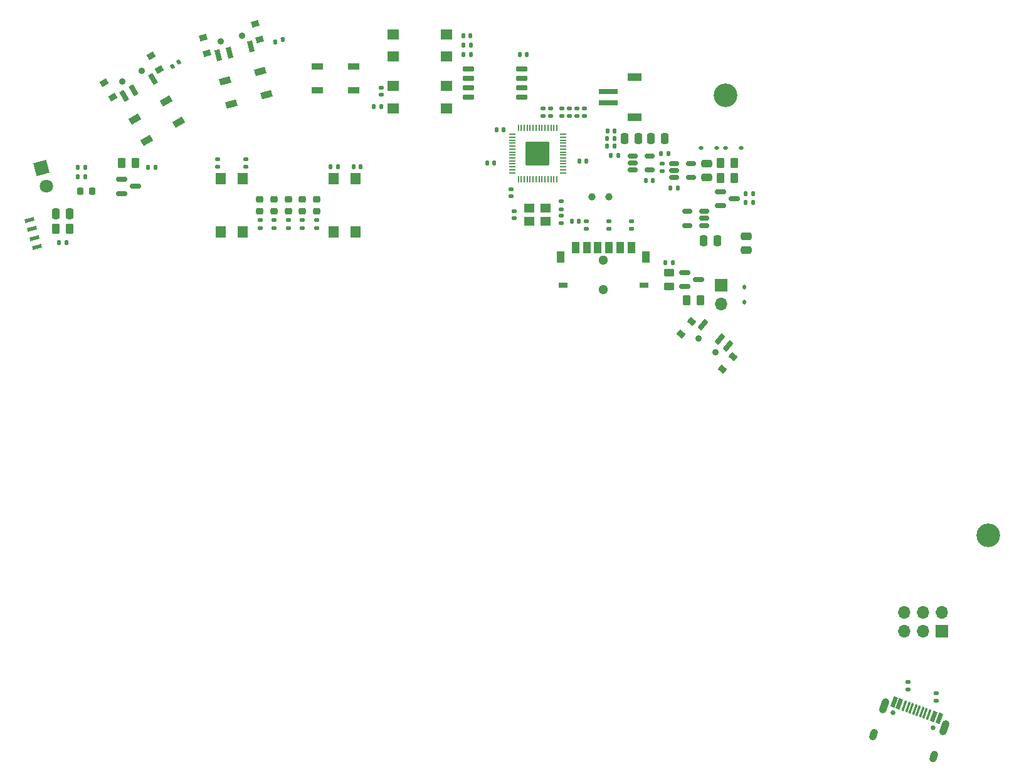
<source format=gbr>
%TF.GenerationSoftware,KiCad,Pcbnew,8.0.4-8.0.4-0~ubuntu22.04.1*%
%TF.CreationDate,2024-11-20T16:55:02+01:00*%
%TF.ProjectId,HH2025badge,48483230-3235-4626-9164-67652e6b6963,rev?*%
%TF.SameCoordinates,Original*%
%TF.FileFunction,Soldermask,Top*%
%TF.FilePolarity,Negative*%
%FSLAX46Y46*%
G04 Gerber Fmt 4.6, Leading zero omitted, Abs format (unit mm)*
G04 Created by KiCad (PCBNEW 8.0.4-8.0.4-0~ubuntu22.04.1) date 2024-11-20 16:55:02*
%MOMM*%
%LPD*%
G01*
G04 APERTURE LIST*
G04 Aperture macros list*
%AMRoundRect*
0 Rectangle with rounded corners*
0 $1 Rounding radius*
0 $2 $3 $4 $5 $6 $7 $8 $9 X,Y pos of 4 corners*
0 Add a 4 corners polygon primitive as box body*
4,1,4,$2,$3,$4,$5,$6,$7,$8,$9,$2,$3,0*
0 Add four circle primitives for the rounded corners*
1,1,$1+$1,$2,$3*
1,1,$1+$1,$4,$5*
1,1,$1+$1,$6,$7*
1,1,$1+$1,$8,$9*
0 Add four rect primitives between the rounded corners*
20,1,$1+$1,$2,$3,$4,$5,0*
20,1,$1+$1,$4,$5,$6,$7,0*
20,1,$1+$1,$6,$7,$8,$9,0*
20,1,$1+$1,$8,$9,$2,$3,0*%
%AMHorizOval*
0 Thick line with rounded ends*
0 $1 width*
0 $2 $3 position (X,Y) of the first rounded end (center of the circle)*
0 $4 $5 position (X,Y) of the second rounded end (center of the circle)*
0 Add line between two ends*
20,1,$1,$2,$3,$4,$5,0*
0 Add two circle primitives to create the rounded ends*
1,1,$1,$2,$3*
1,1,$1,$4,$5*%
%AMRotRect*
0 Rectangle, with rotation*
0 The origin of the aperture is its center*
0 $1 length*
0 $2 width*
0 $3 Rotation angle, in degrees counterclockwise*
0 Add horizontal line*
21,1,$1,$2,0,0,$3*%
G04 Aperture macros list end*
%ADD10RoundRect,0.250000X0.262500X0.450000X-0.262500X0.450000X-0.262500X-0.450000X0.262500X-0.450000X0*%
%ADD11RoundRect,0.150000X-0.587500X-0.150000X0.587500X-0.150000X0.587500X0.150000X-0.587500X0.150000X0*%
%ADD12RoundRect,0.250000X-0.262500X-0.450000X0.262500X-0.450000X0.262500X0.450000X-0.262500X0.450000X0*%
%ADD13RoundRect,0.218750X0.218750X0.256250X-0.218750X0.256250X-0.218750X-0.256250X0.218750X-0.256250X0*%
%ADD14RoundRect,0.250000X0.450000X-0.262500X0.450000X0.262500X-0.450000X0.262500X-0.450000X-0.262500X0*%
%ADD15RoundRect,0.250000X-0.250000X-0.475000X0.250000X-0.475000X0.250000X0.475000X-0.250000X0.475000X0*%
%ADD16RoundRect,0.135000X0.185000X-0.135000X0.185000X0.135000X-0.185000X0.135000X-0.185000X-0.135000X0*%
%ADD17RoundRect,0.218750X0.256250X-0.218750X0.256250X0.218750X-0.256250X0.218750X-0.256250X-0.218750X0*%
%ADD18RotRect,1.000000X0.800000X195.000000*%
%ADD19C,0.900000*%
%ADD20RotRect,0.700000X1.500000X195.000000*%
%ADD21RoundRect,0.140000X-0.140000X-0.170000X0.140000X-0.170000X0.140000X0.170000X-0.140000X0.170000X0*%
%ADD22RoundRect,0.135000X-0.135000X-0.185000X0.135000X-0.185000X0.135000X0.185000X-0.135000X0.185000X0*%
%ADD23RotRect,1.800000X1.800000X285.000000*%
%ADD24C,1.800000*%
%ADD25RoundRect,0.135000X-0.185000X0.135000X-0.185000X-0.135000X0.185000X-0.135000X0.185000X0.135000X0*%
%ADD26RoundRect,0.140000X0.170000X-0.140000X0.170000X0.140000X-0.170000X0.140000X-0.170000X-0.140000X0*%
%ADD27R,1.600000X1.400000*%
%ADD28RotRect,1.500000X0.900000X15.000000*%
%ADD29RotRect,0.500000X1.270000X105.000000*%
%ADD30RotRect,1.500000X0.900000X30.000000*%
%ADD31RoundRect,0.140000X-0.170000X0.140000X-0.170000X-0.140000X0.170000X-0.140000X0.170000X0.140000X0*%
%ADD32RoundRect,0.150000X-0.512500X-0.150000X0.512500X-0.150000X0.512500X0.150000X-0.512500X0.150000X0*%
%ADD33RoundRect,0.250000X-0.475000X0.250000X-0.475000X-0.250000X0.475000X-0.250000X0.475000X0.250000X0*%
%ADD34RoundRect,0.135000X0.135000X0.185000X-0.135000X0.185000X-0.135000X-0.185000X0.135000X-0.185000X0*%
%ADD35C,1.000000*%
%ADD36RoundRect,0.112500X-0.187500X-0.112500X0.187500X-0.112500X0.187500X0.112500X-0.187500X0.112500X0*%
%ADD37R,2.500000X0.700000*%
%ADD38R,1.900000X1.100000*%
%ADD39RoundRect,0.250000X0.475000X-0.250000X0.475000X0.250000X-0.475000X0.250000X-0.475000X-0.250000X0*%
%ADD40RoundRect,0.135000X0.082518X0.213637X-0.178282X0.143756X-0.082518X-0.213637X0.178282X-0.143756X0*%
%ADD41C,1.300000*%
%ADD42R,1.300000X0.800000*%
%ADD43R,1.000000X1.600000*%
%ADD44C,0.650000*%
%ADD45RotRect,0.600000X1.450000X340.000000*%
%ADD46RotRect,0.300000X1.450000X340.000000*%
%ADD47HorizOval,1.000000X-0.188111X-0.516831X0.188111X0.516831X0*%
%ADD48HorizOval,1.000000X-0.102606X-0.281908X0.102606X0.281908X0*%
%ADD49RoundRect,0.140000X0.140000X0.170000X-0.140000X0.170000X-0.140000X-0.170000X0.140000X-0.170000X0*%
%ADD50R,1.500000X0.900000*%
%ADD51RoundRect,0.050000X-0.387500X-0.050000X0.387500X-0.050000X0.387500X0.050000X-0.387500X0.050000X0*%
%ADD52RoundRect,0.050000X-0.050000X-0.387500X0.050000X-0.387500X0.050000X0.387500X-0.050000X0.387500X0*%
%ADD53RoundRect,0.144000X-1.456000X-1.456000X1.456000X-1.456000X1.456000X1.456000X-1.456000X1.456000X0*%
%ADD54C,3.200000*%
%ADD55RoundRect,0.112500X0.187500X0.112500X-0.187500X0.112500X-0.187500X-0.112500X0.187500X-0.112500X0*%
%ADD56RotRect,1.000000X0.800000X320.000000*%
%ADD57RotRect,0.700000X1.500000X320.000000*%
%ADD58RoundRect,0.112500X-0.112500X0.187500X-0.112500X-0.187500X0.112500X-0.187500X0.112500X0.187500X0*%
%ADD59RoundRect,0.150000X0.512500X0.150000X-0.512500X0.150000X-0.512500X-0.150000X0.512500X-0.150000X0*%
%ADD60RoundRect,0.135000X0.024413X0.227715X-0.209413X0.092715X-0.024413X-0.227715X0.209413X-0.092715X0*%
%ADD61R,1.400000X1.600000*%
%ADD62RoundRect,0.150000X-0.650000X-0.150000X0.650000X-0.150000X0.650000X0.150000X-0.650000X0.150000X0*%
%ADD63RotRect,1.000000X0.800000X210.000000*%
%ADD64RotRect,0.700000X1.500000X210.000000*%
%ADD65R,1.700000X1.700000*%
%ADD66O,1.700000X1.700000*%
%ADD67R,1.400000X1.200000*%
G04 APERTURE END LIST*
D10*
%TO.C,R5*%
X143787500Y-59690000D03*
X141962500Y-59690000D03*
%TD*%
D11*
%TO.C,Q2*%
X150827500Y-53025000D03*
X150827500Y-54925000D03*
X152702500Y-53975000D03*
%TD*%
D12*
%TO.C,R39*%
X150852500Y-50800000D03*
X152677500Y-50800000D03*
%TD*%
D13*
%TO.C,D5*%
X146837500Y-54610000D03*
X145262500Y-54610000D03*
%TD*%
D14*
%TO.C,R37*%
X224790000Y-67460500D03*
X224790000Y-65635500D03*
%TD*%
D15*
%TO.C,C18*%
X222316000Y-47498000D03*
X224216000Y-47498000D03*
%TD*%
D16*
%TO.C,R15*%
X169545000Y-59565000D03*
X169545000Y-58545000D03*
%TD*%
%TO.C,R31*%
X173355000Y-59565000D03*
X173355000Y-58545000D03*
%TD*%
D17*
%TO.C,D9*%
X171450000Y-57302500D03*
X171450000Y-55727500D03*
%TD*%
D18*
%TO.C,SW3*%
X169462508Y-34098733D03*
X168890518Y-31964037D03*
D19*
X167098478Y-33583017D03*
X164200700Y-34359473D03*
D18*
X162411250Y-35988110D03*
X161839260Y-33853417D03*
D20*
X168278444Y-35088931D03*
X165380667Y-35865388D03*
X163931778Y-36253617D03*
%TD*%
D21*
%TO.C,C21*%
X216436000Y-46482000D03*
X217396000Y-46482000D03*
%TD*%
D22*
%TO.C,R36*%
X224280000Y-64262000D03*
X225300000Y-64262000D03*
%TD*%
D23*
%TO.C,D4*%
X140005006Y-51473444D03*
D24*
X140662407Y-53926895D03*
%TD*%
D22*
%TO.C,R13*%
X144905000Y-51435000D03*
X145925000Y-51435000D03*
%TD*%
%TO.C,R25*%
X216406000Y-47498000D03*
X217426000Y-47498000D03*
%TD*%
D25*
%TO.C,R34*%
X163830000Y-50290000D03*
X163830000Y-51310000D03*
%TD*%
D26*
%TO.C,C10*%
X203450000Y-55330000D03*
X203450000Y-54370000D03*
%TD*%
D27*
%TO.C,SW1*%
X187535000Y-40410000D03*
X194735000Y-40410000D03*
X187535000Y-43410000D03*
X194735000Y-43410000D03*
%TD*%
D16*
%TO.C,R30*%
X207772000Y-44452000D03*
X207772000Y-43432000D03*
%TD*%
D28*
%TO.C,D2*%
X164846430Y-39680329D03*
X165700533Y-42867884D03*
X170433570Y-41599671D03*
X169579467Y-38412116D03*
%TD*%
D26*
%TO.C,C12*%
X203835000Y-58265000D03*
X203835000Y-57305000D03*
%TD*%
D25*
%TO.C,R23*%
X223800000Y-50890001D03*
X223800000Y-51909999D03*
%TD*%
D29*
%TO.C,U3*%
X138405656Y-58480082D03*
X138734356Y-59706807D03*
X139063056Y-60933533D03*
X139391756Y-62160259D03*
%TD*%
D30*
%TO.C,D3*%
X152628238Y-44881058D03*
X154278238Y-47738942D03*
X158521762Y-45288942D03*
X156871762Y-42431058D03*
%TD*%
D17*
%TO.C,D11*%
X175260000Y-57302500D03*
X175260000Y-55727500D03*
%TD*%
D31*
%TO.C,C1*%
X210252000Y-43462000D03*
X210252000Y-44422000D03*
%TD*%
%TO.C,C3*%
X212284000Y-43462000D03*
X212284000Y-44422000D03*
%TD*%
D32*
%TO.C,U5*%
X225430500Y-50866000D03*
X225430500Y-51816000D03*
X225430500Y-52766000D03*
X227705500Y-52766000D03*
X227705500Y-50866000D03*
%TD*%
D21*
%TO.C,C9*%
X201450000Y-46355000D03*
X202410000Y-46355000D03*
%TD*%
D33*
%TO.C,C16*%
X229870000Y-50866000D03*
X229870000Y-52766000D03*
%TD*%
D31*
%TO.C,C13*%
X210185000Y-57940000D03*
X210185000Y-58900000D03*
%TD*%
D34*
%TO.C,R1*%
X197994999Y-34925000D03*
X196975001Y-34925000D03*
%TD*%
D35*
%TO.C,TP1*%
X214376000Y-55372000D03*
%TD*%
D36*
%TO.C,D6*%
X229074000Y-48768000D03*
X231174000Y-48768000D03*
%TD*%
D17*
%TO.C,D10*%
X173355000Y-57302500D03*
X173355000Y-55727500D03*
%TD*%
D37*
%TO.C,J1*%
X216544000Y-42660001D03*
X216544000Y-41159999D03*
D38*
X220144000Y-44610000D03*
X220144000Y-39210000D03*
%TD*%
D39*
%TO.C,C24*%
X235204000Y-62606000D03*
X235204000Y-60706000D03*
%TD*%
D11*
%TO.C,Q3*%
X231726500Y-54676000D03*
X231726500Y-56576000D03*
X233601500Y-55626000D03*
%TD*%
D35*
%TO.C,TP2*%
X216662000Y-55372000D03*
%TD*%
D27*
%TO.C,SW2*%
X187535000Y-33425000D03*
X194735000Y-33425000D03*
X187535000Y-36425000D03*
X194735000Y-36425000D03*
%TD*%
D40*
%TO.C,R10*%
X172577622Y-34158002D03*
X171592378Y-34421998D03*
%TD*%
D32*
%TO.C,U6*%
X219842500Y-49850000D03*
X219842500Y-50800000D03*
X219842500Y-51750000D03*
X222117500Y-51750000D03*
X222117500Y-49850000D03*
%TD*%
D41*
%TO.C,S1*%
X215900000Y-67930000D03*
X215900000Y-63930000D03*
D42*
X221350000Y-67320000D03*
X210450000Y-67320000D03*
D43*
X212150000Y-62220000D03*
X213650000Y-62220000D03*
X215150000Y-62220000D03*
X216650000Y-62220000D03*
X218150000Y-62220000D03*
X219650000Y-62220000D03*
X221650000Y-63480000D03*
X210150000Y-63480000D03*
%TD*%
D17*
%TO.C,D8*%
X169495000Y-57302500D03*
X169495000Y-55727500D03*
%TD*%
D44*
%TO.C,J2*%
X254967541Y-125092361D03*
X260398964Y-127069237D03*
D45*
X255123470Y-123611378D03*
X255875225Y-123884994D03*
D46*
X257002856Y-124295418D03*
X257942548Y-124637438D03*
X258412395Y-124808448D03*
X259352087Y-125150469D03*
D45*
X260479718Y-125560893D03*
X261231472Y-125834509D03*
X261231472Y-125834509D03*
X260479718Y-125560893D03*
D46*
X259821935Y-125321479D03*
X258882241Y-124979458D03*
X257472702Y-124466428D03*
X256533009Y-124124408D03*
D45*
X255875225Y-123884994D03*
X255123470Y-123611378D03*
D47*
X253805051Y-124105235D03*
D48*
X252375407Y-128033150D03*
D47*
X261923995Y-127060289D03*
D48*
X260494351Y-130988204D03*
%TD*%
D49*
%TO.C,C23*%
X183106000Y-51308000D03*
X182146000Y-51308000D03*
%TD*%
%TO.C,C7*%
X201140000Y-50800000D03*
X200180000Y-50800000D03*
%TD*%
D15*
%TO.C,C20*%
X218760000Y-47498000D03*
X220660000Y-47498000D03*
%TD*%
D22*
%TO.C,R4*%
X184910000Y-43180000D03*
X185930000Y-43180000D03*
%TD*%
D10*
%TO.C,R18*%
X233576500Y-52832000D03*
X231751500Y-52832000D03*
%TD*%
D16*
%TO.C,R29*%
X208788000Y-44452000D03*
X208788000Y-43432000D03*
%TD*%
D50*
%TO.C,D1*%
X177255000Y-37720000D03*
X177255000Y-41020000D03*
X182155000Y-41020000D03*
X182155000Y-37720000D03*
%TD*%
D49*
%TO.C,C11*%
X197965000Y-33655000D03*
X197005000Y-33655000D03*
%TD*%
D22*
%TO.C,R3*%
X196975000Y-36195000D03*
X197995000Y-36195000D03*
%TD*%
D34*
%TO.C,R26*%
X217426000Y-48514000D03*
X216406000Y-48514000D03*
%TD*%
%TO.C,R35*%
X180088000Y-51308000D03*
X179068000Y-51308000D03*
%TD*%
D51*
%TO.C,U1*%
X203572500Y-46925000D03*
X203572500Y-47325000D03*
X203572500Y-47725000D03*
X203572500Y-48125000D03*
X203572500Y-48525000D03*
X203572500Y-48925000D03*
X203572500Y-49325000D03*
X203572500Y-49725000D03*
X203572500Y-50125000D03*
X203572500Y-50525000D03*
X203572500Y-50925000D03*
X203572500Y-51325000D03*
X203572500Y-51725000D03*
X203572500Y-52125000D03*
D52*
X204410000Y-52962500D03*
X204810000Y-52962500D03*
X205210000Y-52962500D03*
X205610000Y-52962500D03*
X206010000Y-52962500D03*
X206410000Y-52962500D03*
X206810000Y-52962500D03*
X207210000Y-52962500D03*
X207610000Y-52962500D03*
X208010000Y-52962500D03*
X208410000Y-52962500D03*
X208810000Y-52962500D03*
X209210000Y-52962500D03*
X209610000Y-52962500D03*
D51*
X210447500Y-52125000D03*
X210447500Y-51725000D03*
X210447500Y-51325000D03*
X210447500Y-50925000D03*
X210447500Y-50525000D03*
X210447500Y-50125000D03*
X210447500Y-49725000D03*
X210447500Y-49325000D03*
X210447500Y-48925000D03*
X210447500Y-48525000D03*
X210447500Y-48125000D03*
X210447500Y-47725000D03*
X210447500Y-47325000D03*
X210447500Y-46925000D03*
D52*
X209610000Y-46087500D03*
X209210000Y-46087500D03*
X208810000Y-46087500D03*
X208410000Y-46087500D03*
X208010000Y-46087500D03*
X207610000Y-46087500D03*
X207210000Y-46087500D03*
X206810000Y-46087500D03*
X206410000Y-46087500D03*
X206010000Y-46087500D03*
X205610000Y-46087500D03*
X205210000Y-46087500D03*
X204810000Y-46087500D03*
X204410000Y-46087500D03*
D53*
X207010000Y-49525000D03*
%TD*%
D54*
%TO.C,H1*%
X267843000Y-101117400D03*
%TD*%
D16*
%TO.C,R16*%
X171450000Y-59565000D03*
X171450000Y-58545000D03*
%TD*%
%TO.C,R28*%
X260858000Y-123446000D03*
X260858000Y-122426000D03*
%TD*%
D55*
%TO.C,D7*%
X234476000Y-48768000D03*
X232376000Y-48768000D03*
%TD*%
D26*
%TO.C,C22*%
X167640000Y-51280000D03*
X167640000Y-50320000D03*
%TD*%
D56*
%TO.C,SW5*%
X227829312Y-72240311D03*
X226408752Y-73933269D03*
D19*
X228762813Y-74472613D03*
X231060947Y-76400975D03*
D56*
X233421436Y-76932659D03*
X232000876Y-78625618D03*
D57*
X229319586Y-72642285D03*
X231617720Y-74570647D03*
X232766787Y-75534829D03*
%TD*%
D22*
%TO.C,R14*%
X144905000Y-52705000D03*
X145925000Y-52705000D03*
%TD*%
D58*
%TO.C,D13*%
X234950000Y-67530000D03*
X234950000Y-69630000D03*
%TD*%
D59*
%TO.C,U4*%
X229483500Y-59243000D03*
X229483500Y-58293000D03*
X229483500Y-57343000D03*
X227208500Y-57343000D03*
X227208500Y-59243000D03*
%TD*%
D22*
%TO.C,R38*%
X154430000Y-51435000D03*
X155450000Y-51435000D03*
%TD*%
D60*
%TO.C,R11*%
X158556673Y-37210000D03*
X157673327Y-37720000D03*
%TD*%
D21*
%TO.C,C8*%
X211610000Y-58674000D03*
X212570000Y-58674000D03*
%TD*%
D61*
%TO.C,SW7*%
X179475000Y-60115000D03*
X179475000Y-52915000D03*
X182475000Y-60115000D03*
X182475000Y-52915000D03*
%TD*%
D25*
%TO.C,R7*%
X213614000Y-58672000D03*
X213614000Y-59692000D03*
%TD*%
D34*
%TO.C,R20*%
X236095000Y-56134000D03*
X235075000Y-56134000D03*
%TD*%
D26*
%TO.C,C4*%
X213300000Y-44422000D03*
X213300000Y-43462000D03*
%TD*%
D22*
%TO.C,R6*%
X142365000Y-61595000D03*
X143385000Y-61595000D03*
%TD*%
D62*
%TO.C,U2*%
X197695000Y-38100000D03*
X197695000Y-39370000D03*
X197695000Y-40640000D03*
X197695000Y-41910000D03*
X204895000Y-41910000D03*
X204895000Y-40640000D03*
X204895000Y-39370000D03*
X204895000Y-38100000D03*
%TD*%
D34*
%TO.C,R21*%
X225919998Y-54200000D03*
X224900000Y-54200000D03*
%TD*%
D10*
%TO.C,R17*%
X233576500Y-50800000D03*
X231751500Y-50800000D03*
%TD*%
D25*
%TO.C,R27*%
X257048000Y-120902000D03*
X257048000Y-121922000D03*
%TD*%
D34*
%TO.C,R24*%
X217934000Y-49784000D03*
X216914000Y-49784000D03*
%TD*%
D11*
%TO.C,Q1*%
X226900500Y-65598000D03*
X226900500Y-67498000D03*
X228775500Y-66548000D03*
%TD*%
D63*
%TO.C,SW4*%
X155950993Y-38220500D03*
X154845993Y-36306584D03*
D19*
X153534038Y-38334212D03*
X150935961Y-39834212D03*
D63*
X149629009Y-41870500D03*
X148524007Y-39956583D03*
D64*
X155063557Y-39483416D03*
X152465480Y-40983416D03*
X151166441Y-41733416D03*
%TD*%
D61*
%TO.C,SW6*%
X164235000Y-60115000D03*
X164235000Y-52915000D03*
X167235000Y-60115000D03*
X167235000Y-52915000D03*
%TD*%
D34*
%TO.C,R22*%
X224709999Y-49500000D03*
X223690001Y-49500000D03*
%TD*%
D16*
%TO.C,R32*%
X175260000Y-59565000D03*
X175260000Y-58545000D03*
%TD*%
D21*
%TO.C,C6*%
X204625000Y-36195000D03*
X205585000Y-36195000D03*
%TD*%
%TO.C,C19*%
X221600000Y-53200000D03*
X222560000Y-53200000D03*
%TD*%
D22*
%TO.C,R19*%
X235075000Y-54991000D03*
X236095000Y-54991000D03*
%TD*%
D21*
%TO.C,C5*%
X212626000Y-50546000D03*
X213586000Y-50546000D03*
%TD*%
D25*
%TO.C,R2*%
X210185000Y-56005000D03*
X210185000Y-57025000D03*
%TD*%
D65*
%TO.C,M1*%
X231775000Y-67305000D03*
D66*
X231775000Y-69845000D03*
%TD*%
D25*
%TO.C,R9*%
X219710000Y-58672000D03*
X219710000Y-59692000D03*
%TD*%
D15*
%TO.C,C17*%
X229428000Y-61341000D03*
X231328000Y-61341000D03*
%TD*%
D31*
%TO.C,C2*%
X211268000Y-43462000D03*
X211268000Y-44422000D03*
%TD*%
D16*
%TO.C,R33*%
X177165000Y-59565000D03*
X177165000Y-58545000D03*
%TD*%
D17*
%TO.C,D12*%
X177165000Y-57302500D03*
X177165000Y-55727500D03*
%TD*%
D67*
%TO.C,Y1*%
X205910000Y-58635000D03*
X208110000Y-58635000D03*
X208110000Y-56935000D03*
X205910000Y-56935000D03*
%TD*%
D12*
%TO.C,R12*%
X227179500Y-69342000D03*
X229004500Y-69342000D03*
%TD*%
D26*
%TO.C,C14*%
X185900000Y-41580000D03*
X185900000Y-40620000D03*
%TD*%
D54*
%TO.C,H2*%
X232410000Y-41656000D03*
%TD*%
D15*
%TO.C,C15*%
X141925000Y-57658000D03*
X143825000Y-57658000D03*
%TD*%
D25*
%TO.C,R8*%
X216662000Y-58672000D03*
X216662000Y-59692000D03*
%TD*%
D65*
%TO.C,J3*%
X261605000Y-114051000D03*
D66*
X261605000Y-111511000D03*
X259065000Y-114051000D03*
X259065000Y-111511000D03*
X256525000Y-114051000D03*
X256525000Y-111511000D03*
%TD*%
M02*

</source>
